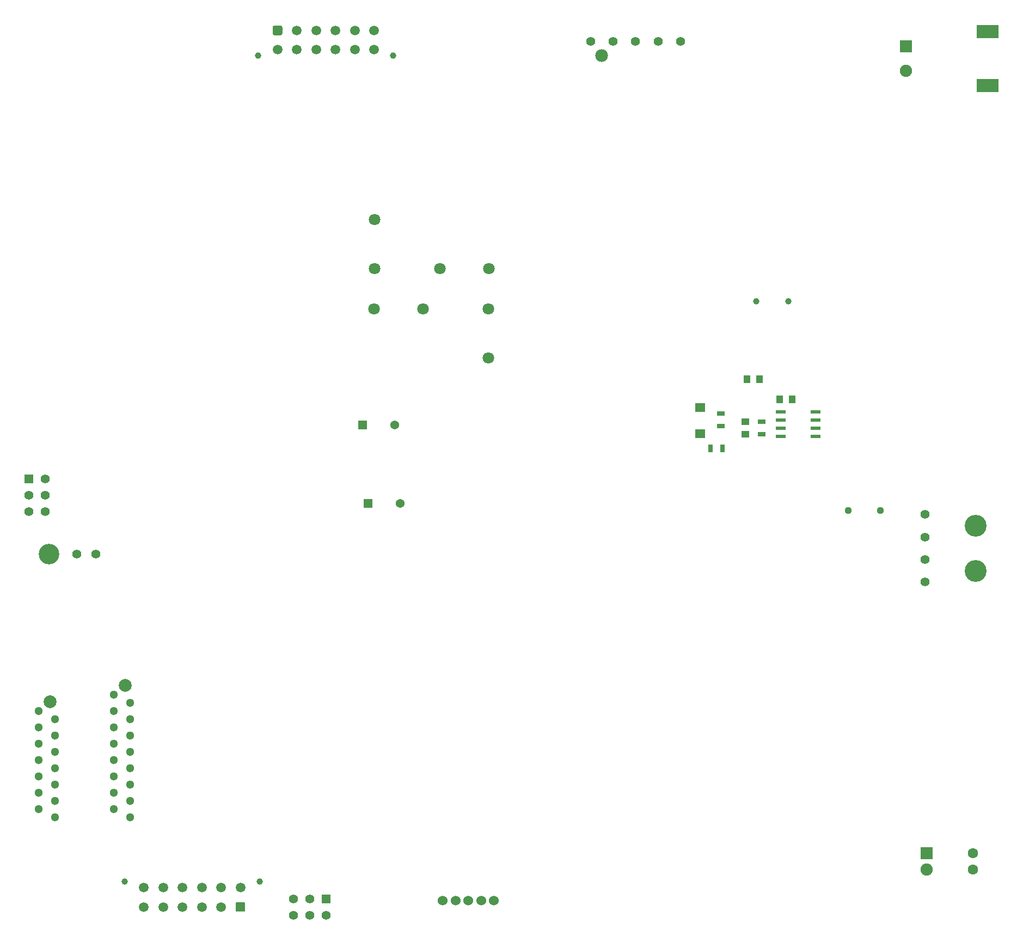
<source format=gbr>
%TF.GenerationSoftware,KiCad,Pcbnew,5.1.10-88a1d61d58~88~ubuntu20.04.1*%
%TF.CreationDate,2022-03-23T18:39:57-04:00*%
%TF.ProjectId,service_section_controller,73657276-6963-4655-9f73-656374696f6e,1.0*%
%TF.SameCoordinates,Original*%
%TF.FileFunction,Soldermask,Bot*%
%TF.FilePolarity,Negative*%
%FSLAX46Y46*%
G04 Gerber Fmt 4.6, Leading zero omitted, Abs format (unit mm)*
G04 Created by KiCad (PCBNEW 5.1.10-88a1d61d58~88~ubuntu20.04.1) date 2022-03-23 18:39:57*
%MOMM*%
%LPD*%
G01*
G04 APERTURE LIST*
%ADD10C,3.400000*%
%ADD11C,1.397000*%
%ADD12C,1.371600*%
%ADD13R,1.371600X1.371600*%
%ADD14C,1.400000*%
%ADD15R,1.400000X1.400000*%
%ADD16C,1.000000*%
%ADD17C,1.500000*%
%ADD18R,1.600000X0.610000*%
%ADD19R,0.700000X1.300000*%
%ADD20C,1.800000*%
%ADD21R,3.400000X2.000000*%
%ADD22R,1.900000X1.900000*%
%ADD23C,1.900000*%
%ADD24C,1.524000*%
%ADD25C,2.000000*%
%ADD26C,1.300000*%
%ADD27C,1.981000*%
%ADD28R,1.640000X1.400000*%
%ADD29R,1.000000X1.250000*%
%ADD30R,1.250000X1.000000*%
%ADD31C,1.600000*%
%ADD32R,1.300000X0.700000*%
%ADD33C,3.200000*%
%ADD34C,1.420000*%
%ADD35C,1.117600*%
G04 APERTURE END LIST*
D10*
%TO.C,J404*%
X278801000Y-138892400D03*
D11*
X270891000Y-144142400D03*
X270891000Y-140642400D03*
D10*
X278801000Y-145892400D03*
D11*
X270891000Y-147642400D03*
X270891000Y-137142400D03*
%TD*%
D12*
%TO.C,C902*%
X189331600Y-135432800D03*
D13*
X184327800Y-135432800D03*
%TD*%
D14*
%TO.C,J1001*%
X172720000Y-199390000D03*
X172720000Y-196850000D03*
X175260000Y-199390000D03*
X175260000Y-196850000D03*
X177800000Y-199390000D03*
D15*
X177800000Y-196850000D03*
%TD*%
D16*
%TO.C,J1101*%
X167243500Y-65852500D03*
X188243500Y-65852500D03*
G36*
G01*
X169493500Y-62412500D02*
X169493500Y-61412500D01*
G75*
G02*
X169743500Y-61162500I250000J0D01*
G01*
X170743500Y-61162500D01*
G75*
G02*
X170993500Y-61412500I0J-250000D01*
G01*
X170993500Y-62412500D01*
G75*
G02*
X170743500Y-62662500I-250000J0D01*
G01*
X169743500Y-62662500D01*
G75*
G02*
X169493500Y-62412500I0J250000D01*
G01*
G37*
D17*
X173243500Y-61912500D03*
X176243500Y-61912500D03*
X179243500Y-61912500D03*
X182243500Y-61912500D03*
X185243500Y-61912500D03*
X170243500Y-64912500D03*
X173243500Y-64912500D03*
X176243500Y-64912500D03*
X179243500Y-64912500D03*
X182243500Y-64912500D03*
X185243500Y-64912500D03*
%TD*%
D18*
%TO.C,U702*%
X253906000Y-121158000D03*
X253906000Y-122428000D03*
X253906000Y-123698000D03*
X253906000Y-124968000D03*
X248506000Y-121158000D03*
X248506000Y-123698000D03*
X248496000Y-124968000D03*
X248506000Y-122428000D03*
%TD*%
D19*
%TO.C,R704*%
X239456000Y-126873000D03*
X237556000Y-126873000D03*
%TD*%
D16*
%TO.C,L701*%
X244682000Y-104013000D03*
X249682000Y-104013000D03*
%TD*%
D20*
%TO.C,K801*%
X203009500Y-112776000D03*
X185229500Y-105156000D03*
X192849500Y-105156000D03*
X203009500Y-105156000D03*
%TD*%
D14*
%TO.C,J1002*%
X134112000Y-136652000D03*
X131572000Y-136652000D03*
X134112000Y-134112000D03*
X131572000Y-134112000D03*
X134112000Y-131572000D03*
D15*
X131572000Y-131572000D03*
%TD*%
D21*
%TO.C,J802*%
X280708100Y-62115700D03*
X280708100Y-70497700D03*
D22*
X268008100Y-64401700D03*
D23*
X268008100Y-68211700D03*
%TD*%
D24*
%TO.C,J801*%
X203910700Y-197180200D03*
X201910700Y-197180200D03*
X199910700Y-197180200D03*
X197910700Y-197180200D03*
X195910700Y-197180200D03*
%TD*%
D17*
%TO.C,J*%
X149465000Y-195120000D03*
X152465000Y-195120000D03*
X155465000Y-195120000D03*
X158465000Y-195120000D03*
X161465000Y-195120000D03*
X164465000Y-195120000D03*
X149465000Y-198120000D03*
X152465000Y-198120000D03*
X155465000Y-198120000D03*
X158465000Y-198120000D03*
X161465000Y-198120000D03*
G36*
G01*
X165215000Y-197620000D02*
X165215000Y-198620000D01*
G75*
G02*
X164965000Y-198870000I-250000J0D01*
G01*
X163965000Y-198870000D01*
G75*
G02*
X163715000Y-198620000I0J250000D01*
G01*
X163715000Y-197620000D01*
G75*
G02*
X163965000Y-197370000I250000J0D01*
G01*
X164965000Y-197370000D01*
G75*
G02*
X165215000Y-197620000I0J-250000D01*
G01*
G37*
D16*
X146465000Y-194180000D03*
X167465000Y-194180000D03*
%TD*%
D25*
%TO.C,J401*%
X146580000Y-163700000D03*
D26*
X147320000Y-184150000D03*
X144780000Y-182880000D03*
X147320000Y-181610000D03*
X144780000Y-180340000D03*
X147320000Y-179070000D03*
X144780000Y-177800000D03*
X147320000Y-176530000D03*
X144780000Y-175260000D03*
X147320000Y-173990000D03*
X147320000Y-171450000D03*
X147320000Y-168910000D03*
X147320000Y-166370000D03*
X144780000Y-172720000D03*
X144780000Y-165100000D03*
X144780000Y-167640000D03*
X144780000Y-170180000D03*
%TD*%
D11*
%TO.C,J301*%
X232905000Y-63627000D03*
X229405000Y-63627000D03*
X225905000Y-63627000D03*
D27*
X220655000Y-65857000D03*
D11*
X218905000Y-63627000D03*
X222405000Y-63627000D03*
%TD*%
D28*
%TO.C,D701*%
X235966000Y-124553000D03*
X235966000Y-120523000D03*
%TD*%
D12*
%TO.C,C901*%
X188468000Y-123190000D03*
D13*
X183464200Y-123190000D03*
%TD*%
D29*
%TO.C,C705*%
X245221000Y-116078000D03*
X243221000Y-116078000D03*
%TD*%
%TO.C,C703*%
X248301000Y-119253000D03*
X250301000Y-119253000D03*
%TD*%
D30*
%TO.C,C702*%
X242951000Y-122698000D03*
X242951000Y-124698000D03*
%TD*%
D22*
%TO.C,J601*%
X271221200Y-189788800D03*
D23*
X271221200Y-192288800D03*
D31*
X278401200Y-189788800D03*
X278401200Y-192288800D03*
%TD*%
D32*
%TO.C,R706*%
X245491000Y-122748000D03*
X245491000Y-124648000D03*
%TD*%
%TO.C,R705*%
X239141000Y-121478000D03*
X239141000Y-123378000D03*
%TD*%
D20*
%TO.C,K301*%
X185293000Y-98933000D03*
X195453000Y-98933000D03*
X203073000Y-98933000D03*
X185293000Y-91313000D03*
%TD*%
D26*
%TO.C,J402*%
X133096000Y-172720000D03*
X133096000Y-170180000D03*
X133096000Y-167640000D03*
X133096000Y-175260000D03*
X135636000Y-168910000D03*
X135636000Y-171450000D03*
X135636000Y-173990000D03*
X135636000Y-176530000D03*
X133096000Y-177800000D03*
X135636000Y-179070000D03*
X133096000Y-180340000D03*
X135636000Y-181610000D03*
X133096000Y-182880000D03*
X135636000Y-184150000D03*
D25*
X134896000Y-166240000D03*
%TD*%
D33*
%TO.C,J405*%
X134696200Y-143332200D03*
D34*
X139016200Y-143332200D03*
X142016200Y-143332200D03*
%TD*%
D35*
%TO.C,F701*%
X258978400Y-136550400D03*
X263978400Y-136550400D03*
%TD*%
M02*

</source>
